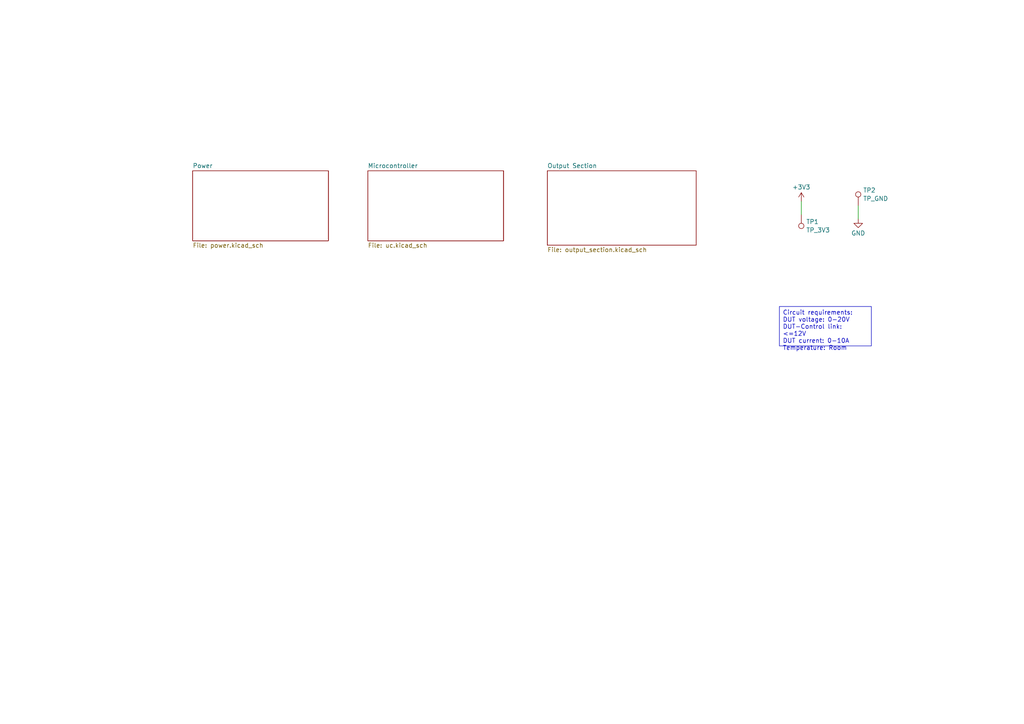
<source format=kicad_sch>
(kicad_sch (version 20231120) (generator "eeschema") (generator_version "8.0")
  (paper "A4")
  (title_block (title "SEL Destroyer") (date "2024-04-06") (rev "1") (comment 1 "Politecnico di Milano - European Space Agency") (comment 2 "Author: Federico Reghenzani") (comment 9 "CC-0"))
  (lib_symbols
    (symbol "Connector:TestPoint" (pin_numbers hide) (pin_names (offset 0.762) hide)
      (property "Reference" "TP" (at 0 6.858 0))
      (property "Value" "TestPoint" (at 0 5.08 0))
      (symbol "TestPoint_0_1"
        (circle (center 0 3.302) (radius 0.762))
      )
      (symbol "TestPoint_1_1"
        (pin passive line (at 0 0 90) (length 2.54) (name "1") (number "1"))
      )
    )
    (symbol "power:+3V3" (power) (pin_numbers hide) (pin_names (offset 0) hide)
      (property "Value" "+3V3" (at 0 3.556 0))
      (symbol "+3V3_0_1"
        (polyline (pts (xy -0.762 1.27) (xy 0 2.54)))
        (polyline (pts (xy 0 0) (xy 0 2.54)))
        (polyline (pts (xy 0 2.54) (xy 0.762 1.27)))
      )
      (symbol "+3V3_1_1"
        (pin power_in line (at 0 0 90) (length 0) (name "~") (number "1"))
      )
    )
    (symbol "power:GND" (power) (pin_numbers hide) (pin_names (offset 0) hide)
      (property "Value" "GND" (at 0 -3.81 0))
      (symbol "GND_0_1"
        (polyline (pts (xy 0 0) (xy 0 -1.27) (xy 1.27 -1.27) (xy 0 -2.54) (xy -1.27 -1.27) (xy 0 -1.27)))
      )
      (symbol "GND_1_1"
        (pin power_in line (at 0 0 270) (length 0) (name "~") (number "1"))
      )
    )
  )
  (wire (pts (xy 232.41 58.42) (xy 232.41 62.23)))
  (wire (pts (xy 248.92 59.69) (xy 248.92 63.5)))
  (text_box "Circuit requirements:\nDUT voltage: 0-20V\nDUT-Control link: <=12V\nDUT current: 0-10A\nTemperature: Room" (at 226.06 88.9 0) (size 26.67 11.43) (effects (font (size 1.27 1.27)) (justify left top)))
  (symbol (lib_id "power:+3V3") (at 232.41 58.42 0) (unit 1)
    (property "Reference" "#PWR053" (effects (hide yes)))
    (property "Value" "+3V3" (at 232.41 54.2869 0))
    (property "Description" "Power symbol creates a global label with name \"+3V3\"" (effects (hide yes)))
  )
  (symbol (lib_id "power:GND") (at 248.92 63.5 0) (unit 1)
    (property "Reference" "#PWR052" (effects (hide yes)))
    (property "Value" "GND" (at 248.92 67.6331 0))
    (property "Description" "Power symbol creates a global label with name \"GND\" , ground" (effects (hide yes)))
  )
  (symbol (lib_id "Connector:TestPoint") (at 248.92 59.69 0) (unit 1)
    (property "Reference" "TP2" (at 250.317 55.1758 0) (effects (justify left)))
    (property "Value" "TP_GND" (at 250.317 57.6001 0) (effects (justify left)))
    (property "Footprint" "TestPoint:TestPoint_Loop_D1.80mm_Drill1.0mm_Beaded" (effects (hide yes)))
    (property "Description" "test point" (effects (hide yes)))
  )
  (symbol (lib_id "Connector:TestPoint") (at 232.41 62.23 180) (unit 1)
    (property "Reference" "TP1" (at 233.807 64.3198 0) (effects (justify right)))
    (property "Value" "TP_3V3" (at 233.807 66.7441 0) (effects (justify right)))
    (property "Footprint" "TestPoint:TestPoint_Loop_D1.80mm_Drill1.0mm_Beaded" (effects (hide yes)))
    (property "Description" "test point" (effects (hide yes)))
  )
  (sheet (at 55.88 49.53) (size 39.37 20.32) (stroke (width 0.1524))
    (property "Sheetname" "Power" (at 55.88 48.8184 0) (effects (justify left bottom)))
    (property "Sheetfile" "power.kicad_sch" (at 55.88 70.4346 0) (effects (justify left top)))
  )
  (sheet (at 158.75 49.53) (size 43.18 21.59) (stroke (width 0.1524))
    (property "Sheetname" "Output Section" (at 158.75 48.8184 0) (effects (justify left bottom)))
    (property "Sheetfile" "output_section.kicad_sch" (at 158.75 71.7046 0) (effects (justify left top)))
  )
  (sheet (at 106.68 49.53) (size 39.37 20.32) (stroke (width 0.1524))
    (property "Sheetname" "Microcontroller" (at 106.68 48.8184 0) (effects (justify left bottom)))
    (property "Sheetfile" "uc.kicad_sch" (at 106.68 70.4346 0) (effects (justify left top)))
  )
)
</source>
